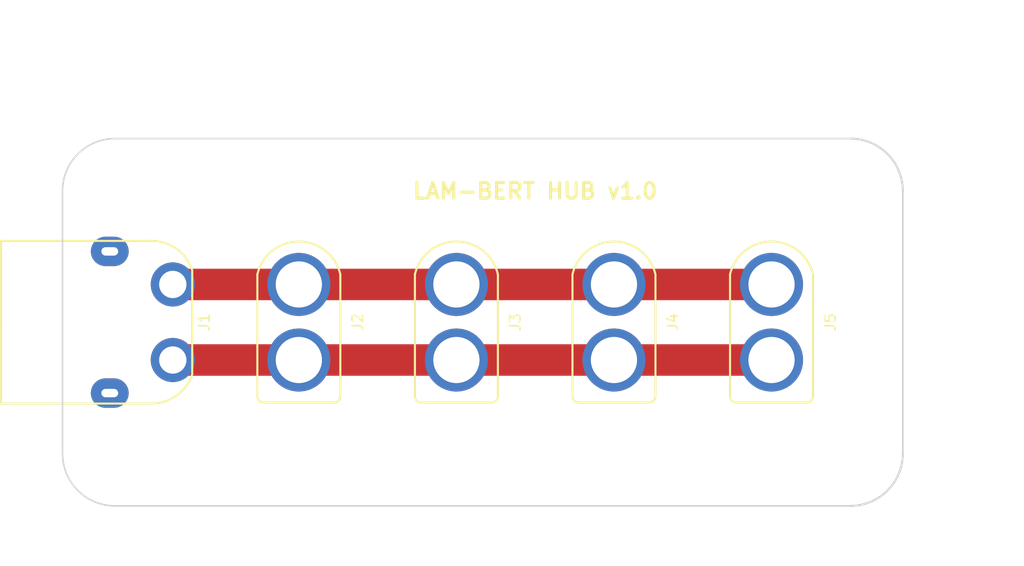
<source format=kicad_pcb>
(kicad_pcb (version 20171130) (host pcbnew 5.0.2-bee76a0~70~ubuntu16.04.1)

  (general
    (thickness 1.6)
    (drawings 13)
    (tracks 8)
    (zones 0)
    (modules 9)
    (nets 3)
  )

  (page A4)
  (layers
    (0 F.Cu signal)
    (31 B.Cu signal)
    (32 B.Adhes user)
    (33 F.Adhes user)
    (34 B.Paste user)
    (35 F.Paste user)
    (36 B.SilkS user)
    (37 F.SilkS user)
    (38 B.Mask user)
    (39 F.Mask user)
    (40 Dwgs.User user)
    (41 Cmts.User user)
    (42 Eco1.User user)
    (43 Eco2.User user)
    (44 Edge.Cuts user)
    (45 Margin user)
    (46 B.CrtYd user hide)
    (47 F.CrtYd user hide)
    (48 B.Fab user hide)
    (49 F.Fab user hide)
  )

  (setup
    (last_trace_width 3)
    (trace_clearance 1)
    (zone_clearance 0.508)
    (zone_45_only no)
    (trace_min 0.2)
    (segment_width 0.2)
    (edge_width 0.15)
    (via_size 1.2)
    (via_drill 0.8)
    (via_min_size 0.4)
    (via_min_drill 0.3)
    (uvia_size 0.3)
    (uvia_drill 0.1)
    (uvias_allowed no)
    (uvia_min_size 0.2)
    (uvia_min_drill 0.1)
    (pcb_text_width 0.3)
    (pcb_text_size 1.5 1.5)
    (mod_edge_width 0.15)
    (mod_text_size 1 1)
    (mod_text_width 0.15)
    (pad_size 1.524 1.524)
    (pad_drill 0.762)
    (pad_to_mask_clearance 0.051)
    (solder_mask_min_width 0.25)
    (aux_axis_origin 0 0)
    (visible_elements FFFFFF7F)
    (pcbplotparams
      (layerselection 0x010fc_ffffffff)
      (usegerberextensions false)
      (usegerberattributes false)
      (usegerberadvancedattributes false)
      (creategerberjobfile false)
      (excludeedgelayer true)
      (linewidth 0.100000)
      (plotframeref false)
      (viasonmask false)
      (mode 1)
      (useauxorigin false)
      (hpglpennumber 1)
      (hpglpenspeed 20)
      (hpglpendiameter 15.000000)
      (psnegative false)
      (psa4output false)
      (plotreference true)
      (plotvalue true)
      (plotinvisibletext false)
      (padsonsilk false)
      (subtractmaskfromsilk false)
      (outputformat 1)
      (mirror false)
      (drillshape 1)
      (scaleselection 1)
      (outputdirectory ""))
  )

  (net 0 "")
  (net 1 "Net-(J1-Pad1)")
  (net 2 "Net-(J1-Pad2)")

  (net_class Default "This is the default net class."
    (clearance 1)
    (trace_width 3)
    (via_dia 1.2)
    (via_drill 0.8)
    (uvia_dia 0.3)
    (uvia_drill 0.1)
    (add_net "Net-(J1-Pad1)")
    (add_net "Net-(J1-Pad2)")
  )

  (module device.farm:XT60PW-M (layer F.Cu) (tedit 5DBCE0AF) (tstamp 5DCA93EE)
    (at 108 85 270)
    (path /5DBDB168)
    (fp_text reference J1 (at 0 -3 270) (layer F.SilkS)
      (effects (font (size 1 1) (thickness 0.15)))
    )
    (fp_text value Conn_01x02_Male (at 0 15 270) (layer F.Fab)
      (effects (font (size 1 1) (thickness 0.15)))
    )
    (fp_line (start -7.75 1.9964) (end -7.75 16.34999) (layer F.SilkS) (width 0.2))
    (fp_line (start 0 -1.85001) (end 4.942354 -1.85001) (layer F.SilkS) (width 0.2))
    (fp_line (start 7.75 16.34999) (end 0 16.34999) (layer F.SilkS) (width 0.2))
    (fp_line (start 0 -1.85001) (end -4.942354 -1.85001) (layer F.SilkS) (width 0.2))
    (fp_arc (start -3.711431 1.9964) (end -4.942354 -1.85001) (angle -72.25435427) (layer F.SilkS) (width 0.2))
    (fp_line (start 7.75 1.9964) (end 7.75 16.34999) (layer F.SilkS) (width 0.2))
    (fp_arc (start 3.711431 1.9964) (end 7.75 1.9964) (angle -72.25435427) (layer F.SilkS) (width 0.2))
    (fp_line (start -7.75 16.34999) (end 0 16.34999) (layer F.SilkS) (width 0.2))
    (pad 1 thru_hole circle (at -3.6 0 270) (size 4.2 4.2) (drill 2.6) (layers *.Cu *.Mask)
      (net 1 "Net-(J1-Pad1)"))
    (pad 2 thru_hole circle (at 3.6 0 270) (size 4.2 4.2) (drill 2.6) (layers *.Cu *.Mask)
      (net 2 "Net-(J1-Pad2)"))
    (pad "" thru_hole oval (at -6.75 6 270) (size 2.8 3.6) (drill oval 0.8 1.6) (layers *.Cu *.Mask))
    (pad "" thru_hole oval (at 6.75 6 270) (size 2.8 3.6) (drill oval 0.8 1.6) (layers *.Cu *.Mask))
    (model ${DF}/device.farm.pretty/XT60PW-M.step
      (at (xyz 0 0 0))
      (scale (xyz 1 1 1))
      (rotate (xyz 0 0 180))
    )
  )

  (module device.farm:XT60PB-F (layer F.Cu) (tedit 5DBDAF22) (tstamp 5DCA93A8)
    (at 120 85 90)
    (path /5DBDB22F)
    (fp_text reference J2 (at 0 5.6 90) (layer F.SilkS)
      (effects (font (size 1 1) (thickness 0.15)))
    )
    (fp_text value Conn_01x02_Female (at 0 -5.5 90) (layer F.Fab)
      (effects (font (size 1 1) (thickness 0.15)))
    )
    (fp_line (start -7.65 -3.35) (end -7.65 3.35) (layer F.SilkS) (width 0.2))
    (fp_arc (start -7.05 3.35) (end -7.65 3.35) (angle -90) (layer F.SilkS) (width 0.2))
    (fp_line (start -7.05 -3.95) (end 4.553405 -3.95) (layer F.SilkS) (width 0.2))
    (fp_arc (start 3.637603 0) (end 4.553405 3.95) (angle -153.8933811) (layer F.SilkS) (width 0.2))
    (fp_arc (start -7.05 -3.35) (end -7.05 -3.95) (angle -90.00000008) (layer F.SilkS) (width 0.2))
    (fp_line (start 4.553405 3.95) (end -7.05 3.95) (layer F.SilkS) (width 0.2))
    (pad 1 thru_hole circle (at 3.6 0 90) (size 6 6) (drill 4.4) (layers *.Cu *.Mask)
      (net 1 "Net-(J1-Pad1)"))
    (pad 2 thru_hole circle (at -3.6 0 90) (size 6 6) (drill 4.4) (layers *.Cu *.Mask)
      (net 2 "Net-(J1-Pad2)"))
    (model ${DF}/device.farm.pretty/XT60PB-F.step
      (at (xyz 0 0 0))
      (scale (xyz 1 1 1))
      (rotate (xyz 0 0 0))
    )
  )

  (module device.farm:XT60PB-F (layer F.Cu) (tedit 5DBDAF22) (tstamp 5DCA93C9)
    (at 135 85 90)
    (path /5DBDB2C9)
    (fp_text reference J3 (at 0 5.6 90) (layer F.SilkS)
      (effects (font (size 1 1) (thickness 0.15)))
    )
    (fp_text value Conn_01x02_Female (at 0 -5.5 90) (layer F.Fab)
      (effects (font (size 1 1) (thickness 0.15)))
    )
    (fp_line (start 4.553405 3.95) (end -7.05 3.95) (layer F.SilkS) (width 0.2))
    (fp_arc (start -7.05 -3.35) (end -7.05 -3.95) (angle -90.00000008) (layer F.SilkS) (width 0.2))
    (fp_arc (start 3.637603 0) (end 4.553405 3.95) (angle -153.8933811) (layer F.SilkS) (width 0.2))
    (fp_line (start -7.05 -3.95) (end 4.553405 -3.95) (layer F.SilkS) (width 0.2))
    (fp_arc (start -7.05 3.35) (end -7.65 3.35) (angle -90) (layer F.SilkS) (width 0.2))
    (fp_line (start -7.65 -3.35) (end -7.65 3.35) (layer F.SilkS) (width 0.2))
    (pad 2 thru_hole circle (at -3.6 0 90) (size 6 6) (drill 4.4) (layers *.Cu *.Mask)
      (net 2 "Net-(J1-Pad2)"))
    (pad 1 thru_hole circle (at 3.6 0 90) (size 6 6) (drill 4.4) (layers *.Cu *.Mask)
      (net 1 "Net-(J1-Pad1)"))
    (model ${DF}/device.farm.pretty/XT60PB-F.step
      (at (xyz 0 0 0))
      (scale (xyz 1 1 1))
      (rotate (xyz 0 0 0))
    )
  )

  (module device.farm:XT60PB-F (layer F.Cu) (tedit 5DBDAF22) (tstamp 5DCA9366)
    (at 150 85 90)
    (path /5DBDB2FB)
    (fp_text reference J4 (at 0 5.6 90) (layer F.SilkS)
      (effects (font (size 1 1) (thickness 0.15)))
    )
    (fp_text value Conn_01x02_Female (at 0 -5.5 90) (layer F.Fab)
      (effects (font (size 1 1) (thickness 0.15)))
    )
    (fp_line (start -7.65 -3.35) (end -7.65 3.35) (layer F.SilkS) (width 0.2))
    (fp_arc (start -7.05 3.35) (end -7.65 3.35) (angle -90) (layer F.SilkS) (width 0.2))
    (fp_line (start -7.05 -3.95) (end 4.553405 -3.95) (layer F.SilkS) (width 0.2))
    (fp_arc (start 3.637603 0) (end 4.553405 3.95) (angle -153.8933811) (layer F.SilkS) (width 0.2))
    (fp_arc (start -7.05 -3.35) (end -7.05 -3.95) (angle -90.00000008) (layer F.SilkS) (width 0.2))
    (fp_line (start 4.553405 3.95) (end -7.05 3.95) (layer F.SilkS) (width 0.2))
    (pad 1 thru_hole circle (at 3.6 0 90) (size 6 6) (drill 4.4) (layers *.Cu *.Mask)
      (net 1 "Net-(J1-Pad1)"))
    (pad 2 thru_hole circle (at -3.6 0 90) (size 6 6) (drill 4.4) (layers *.Cu *.Mask)
      (net 2 "Net-(J1-Pad2)"))
    (model ${DF}/device.farm.pretty/XT60PB-F.step
      (at (xyz 0 0 0))
      (scale (xyz 1 1 1))
      (rotate (xyz 0 0 0))
    )
  )

  (module device.farm:XT60PB-F (layer F.Cu) (tedit 5DBDAF22) (tstamp 5DCA9387)
    (at 165 85 90)
    (path /5DBDB325)
    (fp_text reference J5 (at 0 5.6 90) (layer F.SilkS)
      (effects (font (size 1 1) (thickness 0.15)))
    )
    (fp_text value Conn_01x02_Female (at 0 -5.5 90) (layer F.Fab)
      (effects (font (size 1 1) (thickness 0.15)))
    )
    (fp_line (start 4.553405 3.95) (end -7.05 3.95) (layer F.SilkS) (width 0.2))
    (fp_arc (start -7.05 -3.35) (end -7.05 -3.95) (angle -90.00000008) (layer F.SilkS) (width 0.2))
    (fp_arc (start 3.637603 0) (end 4.553405 3.95) (angle -153.8933811) (layer F.SilkS) (width 0.2))
    (fp_line (start -7.05 -3.95) (end 4.553405 -3.95) (layer F.SilkS) (width 0.2))
    (fp_arc (start -7.05 3.35) (end -7.65 3.35) (angle -90) (layer F.SilkS) (width 0.2))
    (fp_line (start -7.65 -3.35) (end -7.65 3.35) (layer F.SilkS) (width 0.2))
    (pad 2 thru_hole circle (at -3.6 0 90) (size 6 6) (drill 4.4) (layers *.Cu *.Mask)
      (net 2 "Net-(J1-Pad2)"))
    (pad 1 thru_hole circle (at 3.6 0 90) (size 6 6) (drill 4.4) (layers *.Cu *.Mask)
      (net 1 "Net-(J1-Pad1)"))
    (model ${DF}/device.farm.pretty/XT60PB-F.step
      (at (xyz 0 0 0))
      (scale (xyz 1 1 1))
      (rotate (xyz 0 0 0))
    )
  )

  (module MountingHole:MountingHole_3.7mm (layer F.Cu) (tedit 5DBDB527) (tstamp 5DCA956A)
    (at 102.5 72.5)
    (descr "Mounting Hole 3.7mm, no annular")
    (tags "mounting hole 3.7mm no annular")
    (path /5DBDB966)
    (attr virtual)
    (fp_text reference H1 (at 0 -4.7) (layer F.SilkS) hide
      (effects (font (size 1 1) (thickness 0.15)))
    )
    (fp_text value MountingHole (at 0 4.7) (layer F.Fab)
      (effects (font (size 1 1) (thickness 0.15)))
    )
    (fp_text user %R (at 0.3 0) (layer F.Fab)
      (effects (font (size 1 1) (thickness 0.15)))
    )
    (fp_circle (center 0 0) (end 3.7 0) (layer Cmts.User) (width 0.15))
    (fp_circle (center 0 0) (end 3.95 0) (layer F.CrtYd) (width 0.05))
    (pad 1 np_thru_hole circle (at 0 0) (size 3.7 3.7) (drill 3.7) (layers *.Cu *.Mask))
  )

  (module MountingHole:MountingHole_3.7mm (layer F.Cu) (tedit 5DBDB52D) (tstamp 5DCA9572)
    (at 102.5 97.5)
    (descr "Mounting Hole 3.7mm, no annular")
    (tags "mounting hole 3.7mm no annular")
    (path /5DBDB9C2)
    (attr virtual)
    (fp_text reference H2 (at 0 -4.7) (layer F.SilkS) hide
      (effects (font (size 1 1) (thickness 0.15)))
    )
    (fp_text value MountingHole (at 0 4.7) (layer F.Fab)
      (effects (font (size 1 1) (thickness 0.15)))
    )
    (fp_circle (center 0 0) (end 3.95 0) (layer F.CrtYd) (width 0.05))
    (fp_circle (center 0 0) (end 3.7 0) (layer Cmts.User) (width 0.15))
    (fp_text user %R (at 0.3 0) (layer F.Fab)
      (effects (font (size 1 1) (thickness 0.15)))
    )
    (pad 1 np_thru_hole circle (at 0 0) (size 3.7 3.7) (drill 3.7) (layers *.Cu *.Mask))
  )

  (module MountingHole:MountingHole_3.7mm (layer F.Cu) (tedit 5DBDB538) (tstamp 5DCA957A)
    (at 172.5 72.5)
    (descr "Mounting Hole 3.7mm, no annular")
    (tags "mounting hole 3.7mm no annular")
    (path /5DBDB9E4)
    (attr virtual)
    (fp_text reference H3 (at 0 -4.7) (layer F.SilkS) hide
      (effects (font (size 1 1) (thickness 0.15)))
    )
    (fp_text value MountingHole (at 0 4.7) (layer F.Fab)
      (effects (font (size 1 1) (thickness 0.15)))
    )
    (fp_text user %R (at 0.3 0) (layer F.Fab)
      (effects (font (size 1 1) (thickness 0.15)))
    )
    (fp_circle (center 0 0) (end 3.7 0) (layer Cmts.User) (width 0.15))
    (fp_circle (center 0 0) (end 3.95 0) (layer F.CrtYd) (width 0.05))
    (pad 1 np_thru_hole circle (at 0 0) (size 3.7 3.7) (drill 3.7) (layers *.Cu *.Mask))
  )

  (module MountingHole:MountingHole_3.7mm (layer F.Cu) (tedit 5DBDB532) (tstamp 5DCA9582)
    (at 172.5 97.5)
    (descr "Mounting Hole 3.7mm, no annular")
    (tags "mounting hole 3.7mm no annular")
    (path /5DBDBA08)
    (attr virtual)
    (fp_text reference H4 (at 0 -4.7) (layer F.SilkS) hide
      (effects (font (size 1 1) (thickness 0.15)))
    )
    (fp_text value MountingHole (at 0 4.7) (layer F.Fab)
      (effects (font (size 1 1) (thickness 0.15)))
    )
    (fp_circle (center 0 0) (end 3.95 0) (layer F.CrtYd) (width 0.05))
    (fp_circle (center 0 0) (end 3.7 0) (layer Cmts.User) (width 0.15))
    (fp_text user %R (at 0.3 0) (layer F.Fab)
      (effects (font (size 1 1) (thickness 0.15)))
    )
    (pad 1 np_thru_hole circle (at 0 0) (size 3.7 3.7) (drill 3.7) (layers *.Cu *.Mask))
  )

  (dimension 12.5 (width 0.3) (layer Dwgs.User)
    (gr_text "12,500 mm" (at 171.25 109.6) (layer Dwgs.User)
      (effects (font (size 1.5 1.5) (thickness 0.3)))
    )
    (feature1 (pts (xy 177.5 92.5) (xy 177.5 108.086421)))
    (feature2 (pts (xy 165 92.5) (xy 165 108.086421)))
    (crossbar (pts (xy 165 107.5) (xy 177.5 107.5)))
    (arrow1a (pts (xy 177.5 107.5) (xy 176.373496 108.086421)))
    (arrow1b (pts (xy 177.5 107.5) (xy 176.373496 106.913579)))
    (arrow2a (pts (xy 165 107.5) (xy 166.126504 108.086421)))
    (arrow2b (pts (xy 165 107.5) (xy 166.126504 106.913579)))
  )
  (dimension 22.5 (width 0.3) (layer Dwgs.User)
    (gr_text "22,500 mm" (at 108.75 109.6) (layer Dwgs.User)
      (effects (font (size 1.5 1.5) (thickness 0.3)))
    )
    (feature1 (pts (xy 120 92.5) (xy 120 108.086421)))
    (feature2 (pts (xy 97.5 92.5) (xy 97.5 108.086421)))
    (crossbar (pts (xy 97.5 107.5) (xy 120 107.5)))
    (arrow1a (pts (xy 120 107.5) (xy 118.873496 108.086421)))
    (arrow1b (pts (xy 120 107.5) (xy 118.873496 106.913579)))
    (arrow2a (pts (xy 97.5 107.5) (xy 98.626504 108.086421)))
    (arrow2b (pts (xy 97.5 107.5) (xy 98.626504 106.913579)))
  )
  (gr_text "LAM-BERT HUB v1.0" (at 142.5 72.5) (layer F.SilkS)
    (effects (font (size 1.5 1.5) (thickness 0.3)))
  )
  (gr_arc (start 102.5 72.5) (end 102.5 67.5) (angle -90) (layer Edge.Cuts) (width 0.15))
  (gr_arc (start 102.5 97.5) (end 97.5 97.5) (angle -90) (layer Edge.Cuts) (width 0.15))
  (gr_arc (start 172.5 97.5) (end 172.5 102.5) (angle -90) (layer Edge.Cuts) (width 0.2))
  (gr_arc (start 172.5 72.5) (end 177.5 72.5) (angle -90) (layer Edge.Cuts) (width 0.2))
  (dimension 80 (width 0.3) (layer Dwgs.User)
    (gr_text "80,000 mm" (at 137.5 55.4) (layer Dwgs.User)
      (effects (font (size 1.5 1.5) (thickness 0.3)))
    )
    (feature1 (pts (xy 177.5 72.5) (xy 177.5 56.913579)))
    (feature2 (pts (xy 97.5 72.5) (xy 97.5 56.913579)))
    (crossbar (pts (xy 97.5 57.5) (xy 177.5 57.5)))
    (arrow1a (pts (xy 177.5 57.5) (xy 176.373496 58.086421)))
    (arrow1b (pts (xy 177.5 57.5) (xy 176.373496 56.913579)))
    (arrow2a (pts (xy 97.5 57.5) (xy 98.626504 58.086421)))
    (arrow2b (pts (xy 97.5 57.5) (xy 98.626504 56.913579)))
  )
  (dimension 35 (width 0.3) (layer Dwgs.User)
    (gr_text "35,000 mm" (at 187.1 85 270) (layer Dwgs.User)
      (effects (font (size 1.5 1.5) (thickness 0.3)))
    )
    (feature1 (pts (xy 172.5 102.5) (xy 185.586421 102.5)))
    (feature2 (pts (xy 172.5 67.5) (xy 185.586421 67.5)))
    (crossbar (pts (xy 185 67.5) (xy 185 102.5)))
    (arrow1a (pts (xy 185 102.5) (xy 184.413579 101.373496)))
    (arrow1b (pts (xy 185 102.5) (xy 185.586421 101.373496)))
    (arrow2a (pts (xy 185 67.5) (xy 184.413579 68.626504)))
    (arrow2b (pts (xy 185 67.5) (xy 185.586421 68.626504)))
  )
  (gr_line (start 97.5 97.5) (end 97.5 72.5) (layer Edge.Cuts) (width 0.15))
  (gr_line (start 172.5 102.5) (end 102.5 102.5) (layer Edge.Cuts) (width 0.15))
  (gr_line (start 177.5 72.5) (end 177.5 97.5) (layer Edge.Cuts) (width 0.15))
  (gr_line (start 102.5 67.5) (end 172.5 67.5) (layer Edge.Cuts) (width 0.15))

  (segment (start 108 81.4) (end 120 81.4) (width 3) (layer F.Cu) (net 1))
  (segment (start 120 81.4) (end 135 81.4) (width 3) (layer F.Cu) (net 1))
  (segment (start 135 81.4) (end 150 81.4) (width 3) (layer F.Cu) (net 1))
  (segment (start 150 81.4) (end 165 81.4) (width 3) (layer F.Cu) (net 1))
  (segment (start 108 88.6) (end 120 88.6) (width 3) (layer F.Cu) (net 2))
  (segment (start 120 88.6) (end 135 88.6) (width 3) (layer F.Cu) (net 2))
  (segment (start 135 88.6) (end 150 88.6) (width 3) (layer F.Cu) (net 2))
  (segment (start 150 88.6) (end 165 88.6) (width 3) (layer F.Cu) (net 2))

)

</source>
